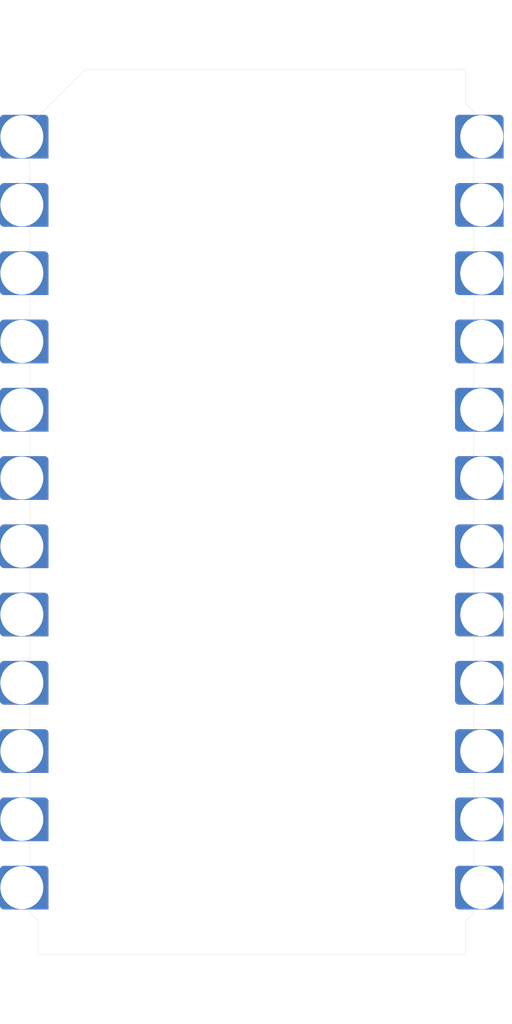
<source format=kicad_pcb>
(kicad_pcb (version 20171130) (host pcbnew 5.1.10-88a1d61d58~88~ubuntu20.10.1)

  (general
    (thickness 1.6)
    (drawings 11)
    (tracks 0)
    (zones 0)
    (modules 1)
    (nets 1)
  )

  (page A4)
  (title_block
    (title "Molex78802 PCB 24")
    (date 2021-05-20)
    (rev 004)
    (company b.kenyon.w@gmail.com)
  )

  (layers
    (0 Top signal)
    (31 Bottom signal)
    (32 B.Adhes user hide)
    (33 F.Adhes user hide)
    (34 B.Paste user hide)
    (35 F.Paste user hide)
    (36 B.SilkS user)
    (37 F.SilkS user)
    (38 B.Mask user)
    (39 F.Mask user)
    (40 Dwgs.User user)
    (41 Cmts.User user hide)
    (42 Eco1.User user hide)
    (43 Eco2.User user)
    (44 Edge.Cuts user)
    (45 Margin user hide)
    (46 B.CrtYd user hide)
    (47 F.CrtYd user hide)
    (48 B.Fab user hide)
    (49 F.Fab user hide)
  )

  (setup
    (last_trace_width 0.2032)
    (user_trace_width 0.2032)
    (user_trace_width 0.4064)
    (trace_clearance 0.2032)
    (zone_clearance 0.508)
    (zone_45_only no)
    (trace_min 0.1524)
    (via_size 0.508)
    (via_drill 0.254)
    (via_min_size 0.254)
    (via_min_drill 0.254)
    (user_via 0.508 0.254)
    (uvia_size 0.508)
    (uvia_drill 0.254)
    (uvias_allowed no)
    (uvia_min_size 0.508)
    (uvia_min_drill 0.1524)
    (edge_width 0.01)
    (segment_width 0.2032)
    (pcb_text_width 0.254)
    (pcb_text_size 1.2192 1.2192)
    (mod_edge_width 0.0762)
    (mod_text_size 0.6096 0.6096)
    (mod_text_width 0.0762)
    (pad_size 0.7 0.7)
    (pad_drill 0.7)
    (pad_to_mask_clearance 0)
    (aux_axis_origin 0 0)
    (grid_origin 147.2184 99.187)
    (visible_elements FFFFFFFF)
    (pcbplotparams
      (layerselection 0x010f0_ffffffff)
      (usegerberextensions true)
      (usegerberattributes false)
      (usegerberadvancedattributes false)
      (creategerberjobfile false)
      (excludeedgelayer true)
      (linewidth 0.050800)
      (plotframeref false)
      (viasonmask false)
      (mode 1)
      (useauxorigin false)
      (hpglpennumber 1)
      (hpglpenspeed 20)
      (hpglpendiameter 15.000000)
      (psnegative false)
      (psa4output false)
      (plotreference true)
      (plotvalue true)
      (plotinvisibletext false)
      (padsonsilk false)
      (subtractmaskfromsilk true)
      (outputformat 1)
      (mirror false)
      (drillshape 0)
      (scaleselection 1)
      (outputdirectory "GERBER_Molex_PCB_DIP24"))
  )

  (net 0 "")

  (net_class Default "This is the default net class."
    (clearance 0.2032)
    (trace_width 0.2032)
    (via_dia 0.508)
    (via_drill 0.254)
    (uvia_dia 0.508)
    (uvia_drill 0.254)
    (diff_pair_width 0.2032)
    (diff_pair_gap 0.254)
  )

  (module 000_LOCAL:Molex78802_PCB_24 (layer Top) (tedit 60A6AA75) (tstamp 60A4AF07)
    (at 147.2184 99.187)
    (descr "Castellated edge contacts to fit Molex 78805 Socket")
    (solder_mask_margin 0.0508)
    (attr virtual)
    (fp_text reference J? (at -1.905 0 -90) (layer Dwgs.User) hide
      (effects (font (size 1.2065 1.2065) (thickness 0.127)) (justify bottom))
    )
    (fp_text value Molex78802_PCB_24 (at 1.27 0 -90) (layer F.Fab) hide
      (effects (font (size 1.2065 1.2065) (thickness 0.1016)) (justify bottom))
    )
    (fp_line (start -4 -14.96) (end -3.5 -14.96) (layer Dwgs.User) (width 0.01))
    (fp_line (start -4 -15.46) (end -4 -14.96) (layer Dwgs.User) (width 0.01))
    (fp_line (start -4 -15.46) (end -3.7 -15.16) (layer Dwgs.User) (width 0.01))
    (fp_line (start -4 -15.46) (end -4.3 -15.16) (layer Dwgs.User) (width 0.01))
    (fp_line (start -4 -16.46) (end -3.7 -16.76) (layer Dwgs.User) (width 0.01))
    (fp_line (start -4 -16.46) (end -4.3 -16.76) (layer Dwgs.User) (width 0.01))
    (fp_line (start -4 -16.46) (end -4 -17.46) (layer Dwgs.User) (width 0.01))
    (fp_line (start -6 -16.46) (end -5.7 -16.76) (layer Dwgs.User) (width 0.01))
    (fp_line (start -6 -16.46) (end -6.3 -16.76) (layer Dwgs.User) (width 0.01))
    (fp_line (start -6 -16.46) (end -6 -17.46) (layer Dwgs.User) (width 0.01))
    (fp_line (start -6 -15.76) (end -5.7 -15.46) (layer Dwgs.User) (width 0.01))
    (fp_line (start -6 -15.76) (end -6.3 -15.46) (layer Dwgs.User) (width 0.01))
    (fp_line (start -6 -14.46) (end -5.5 -14.46) (layer Dwgs.User) (width 0.01))
    (fp_line (start -6 -15.76) (end -6 -14.46) (layer Dwgs.User) (width 0.01))
    (fp_line (start 7.2 -15.76) (end 7.2 15.76) (layer Dwgs.User) (width 0.01))
    (fp_line (start -7.2 -15.76) (end -7.2 15.76) (layer Dwgs.User) (width 0.01))
    (fp_line (start -7.2 -15.76) (end 7.2 -15.76) (layer Dwgs.User) (width 0.01))
    (fp_line (start -7.2 15.76) (end 7.2 15.76) (layer Dwgs.User) (width 0.01))
    (fp_line (start -8.255 0.0508) (end -8.255 -0.0508) (layer Dwgs.User) (width 0.002))
    (fp_poly (pts (xy 9.2156 1.9304) (xy 7.717 1.9304) (xy 7.717 0.6096) (xy 9.2156 0.6096)) (layer Top) (width 0.3048))
    (fp_poly (pts (xy 9.2156 -0.6096) (xy 7.717 -0.6096) (xy 7.717 -1.9304) (xy 9.2156 -1.9304)) (layer Top) (width 0.3048))
    (fp_poly (pts (xy 9.2156 14.6304) (xy 7.717 14.6304) (xy 7.717 13.3096) (xy 9.2156 13.3096)) (layer Top) (width 0.3048))
    (fp_poly (pts (xy 9.2156 7.0104) (xy 7.717 7.0104) (xy 7.717 5.6896) (xy 9.2156 5.6896)) (layer Top) (width 0.3048))
    (fp_poly (pts (xy 9.2156 10.7696) (xy 7.717 10.7696) (xy 7.717 12.0904) (xy 9.2156 12.0904)) (layer Bottom) (width 0.3048))
    (fp_poly (pts (xy 9.2156 4.4704) (xy 7.717 4.4704) (xy 7.717 3.1496) (xy 9.2156 3.1496)) (layer Top) (width 0.3048))
    (fp_poly (pts (xy 9.2156 -4.4704) (xy 7.717 -4.4704) (xy 7.717 -3.1496) (xy 9.2156 -3.1496)) (layer Bottom) (width 0.3048))
    (fp_poly (pts (xy 9.2156 8.2296) (xy 7.717 8.2296) (xy 7.717 9.5504) (xy 9.2156 9.5504)) (layer Bottom) (width 0.3048))
    (fp_poly (pts (xy 9.2156 13.3096) (xy 7.717 13.3096) (xy 7.717 14.6304) (xy 9.2156 14.6304)) (layer Bottom) (width 0.3048))
    (fp_poly (pts (xy 9.2156 -10.7696) (xy 7.717 -10.7696) (xy 7.717 -12.0904) (xy 9.2156 -12.0904)) (layer Top) (width 0.3048))
    (fp_poly (pts (xy 9.2156 -9.5504) (xy 7.717 -9.5504) (xy 7.717 -8.2296) (xy 9.2156 -8.2296)) (layer Bottom) (width 0.3048))
    (fp_poly (pts (xy 9.2156 0.6096) (xy 7.717 0.6096) (xy 7.717 1.9304) (xy 9.2156 1.9304)) (layer Bottom) (width 0.3048))
    (fp_poly (pts (xy 9.2156 3.1496) (xy 7.717 3.1496) (xy 7.717 4.4704) (xy 9.2156 4.4704)) (layer Bottom) (width 0.3048))
    (fp_poly (pts (xy 9.2156 -12.0904) (xy 7.717 -12.0904) (xy 7.717 -10.7696) (xy 9.2156 -10.7696)) (layer Bottom) (width 0.3048))
    (fp_poly (pts (xy 9.2156 -14.6304) (xy 7.717 -14.6304) (xy 7.717 -13.3096) (xy 9.2156 -13.3096)) (layer Bottom) (width 0.3048))
    (fp_poly (pts (xy 9.2156 12.0904) (xy 7.717 12.0904) (xy 7.717 10.7696) (xy 9.2156 10.7696)) (layer Top) (width 0.3048))
    (fp_poly (pts (xy 9.2156 9.5504) (xy 7.717 9.5504) (xy 7.717 8.2296) (xy 9.2156 8.2296)) (layer Top) (width 0.3048))
    (fp_poly (pts (xy 9.2156 -3.1496) (xy 7.717 -3.1496) (xy 7.717 -4.4704) (xy 9.2156 -4.4704)) (layer Top) (width 0.3048))
    (fp_poly (pts (xy 9.2156 -1.9304) (xy 7.717 -1.9304) (xy 7.717 -0.6096) (xy 9.2156 -0.6096)) (layer Bottom) (width 0.3048))
    (fp_poly (pts (xy 9.2156 -5.6896) (xy 7.717 -5.6896) (xy 7.717 -7.0104) (xy 9.2156 -7.0104)) (layer Top) (width 0.3048))
    (fp_poly (pts (xy 9.2156 5.6896) (xy 7.717 5.6896) (xy 7.717 7.0104) (xy 9.2156 7.0104)) (layer Bottom) (width 0.3048))
    (fp_poly (pts (xy 9.2156 -7.0104) (xy 7.717 -7.0104) (xy 7.717 -5.6896) (xy 9.2156 -5.6896)) (layer Bottom) (width 0.3048))
    (fp_poly (pts (xy 9.2156 -13.3096) (xy 7.717 -13.3096) (xy 7.717 -14.6304) (xy 9.2156 -14.6304)) (layer Top) (width 0.3048))
    (fp_poly (pts (xy 9.2156 -8.2296) (xy 7.717 -8.2296) (xy 7.717 -9.5504) (xy 9.2156 -9.5504)) (layer Top) (width 0.3048))
    (fp_poly (pts (xy -7.717 0.6096) (xy -9.2156 0.6096) (xy -9.2156 1.9304) (xy -7.717 1.9304)) (layer Bottom) (width 0.3048))
    (fp_poly (pts (xy -7.717 3.1496) (xy -9.2156 3.1496) (xy -9.2156 4.4704) (xy -7.717 4.4704)) (layer Bottom) (width 0.3048))
    (fp_poly (pts (xy -7.717 -12.0904) (xy -9.2156 -12.0904) (xy -9.2156 -10.7696) (xy -7.717 -10.7696)) (layer Bottom) (width 0.3048))
    (fp_poly (pts (xy -7.717 -4.4704) (xy -9.2156 -4.4704) (xy -9.2156 -3.1496) (xy -7.717 -3.1496)) (layer Bottom) (width 0.3048))
    (fp_poly (pts (xy -7.717 -1.9304) (xy -9.2156 -1.9304) (xy -9.2156 -0.6096) (xy -7.717 -0.6096)) (layer Bottom) (width 0.3048))
    (fp_poly (pts (xy -7.717 13.3096) (xy -9.2156 13.3096) (xy -9.2156 14.6304) (xy -7.717 14.6304)) (layer Bottom) (width 0.3048))
    (fp_poly (pts (xy -7.717 -9.5504) (xy -9.2156 -9.5504) (xy -9.2156 -8.2296) (xy -7.717 -8.2296)) (layer Bottom) (width 0.3048))
    (fp_poly (pts (xy -7.717 -7.0104) (xy -9.2156 -7.0104) (xy -9.2156 -5.6896) (xy -7.717 -5.6896)) (layer Bottom) (width 0.3048))
    (fp_poly (pts (xy -7.717 5.6896) (xy -9.2156 5.6896) (xy -9.2156 7.0104) (xy -7.717 7.0104)) (layer Bottom) (width 0.3048))
    (fp_poly (pts (xy -7.717 8.2296) (xy -9.2156 8.2296) (xy -9.2156 9.5504) (xy -7.717 9.5504)) (layer Bottom) (width 0.3048))
    (fp_poly (pts (xy -7.717 -14.6304) (xy -9.2156 -14.6304) (xy -9.2156 -13.3096) (xy -7.717 -13.3096)) (layer Bottom) (width 0.3048))
    (fp_poly (pts (xy -7.717 10.7696) (xy -9.2156 10.7696) (xy -9.2156 12.0904) (xy -7.717 12.0904)) (layer Bottom) (width 0.3048))
    (fp_poly (pts (xy -7.717 14.6304) (xy -9.2156 14.6304) (xy -9.2156 13.3096) (xy -7.717 13.3096)) (layer Top) (width 0.3048))
    (fp_poly (pts (xy -7.717 12.0904) (xy -9.2156 12.0904) (xy -9.2156 10.7696) (xy -7.717 10.7696)) (layer Top) (width 0.3048))
    (fp_poly (pts (xy -7.717 9.5504) (xy -9.2156 9.5504) (xy -9.2156 8.2296) (xy -7.717 8.2296)) (layer Top) (width 0.3048))
    (fp_poly (pts (xy -7.717 7.0104) (xy -9.2156 7.0104) (xy -9.2156 5.6896) (xy -7.717 5.6896)) (layer Top) (width 0.3048))
    (fp_poly (pts (xy -7.717 4.4704) (xy -9.2156 4.4704) (xy -9.2156 3.1496) (xy -7.717 3.1496)) (layer Top) (width 0.3048))
    (fp_poly (pts (xy -7.717 1.9304) (xy -9.2156 1.9304) (xy -9.2156 0.6096) (xy -7.717 0.6096)) (layer Top) (width 0.3048))
    (fp_poly (pts (xy -7.717 -0.6096) (xy -9.2156 -0.6096) (xy -9.2156 -1.9304) (xy -7.717 -1.9304)) (layer Top) (width 0.3048))
    (fp_poly (pts (xy -7.717 -3.1496) (xy -9.2156 -3.1496) (xy -9.2156 -4.4704) (xy -7.717 -4.4704)) (layer Top) (width 0.3048))
    (fp_poly (pts (xy -7.717 -5.6896) (xy -9.2156 -5.6896) (xy -9.2156 -7.0104) (xy -7.717 -7.0104)) (layer Top) (width 0.3048))
    (fp_poly (pts (xy -7.717 -8.2296) (xy -9.2156 -8.2296) (xy -9.2156 -9.5504) (xy -7.717 -9.5504)) (layer Top) (width 0.3048))
    (fp_poly (pts (xy -7.717 -10.7696) (xy -9.2156 -10.7696) (xy -9.2156 -12.0904) (xy -7.717 -12.0904)) (layer Top) (width 0.3048))
    (fp_poly (pts (xy -7.717 -13.3096) (xy -9.2156 -13.3096) (xy -9.2156 -14.6304) (xy -7.717 -14.6304)) (layer Top) (width 0.3048))
    (fp_line (start 4.5593 16.51) (end 8.26 16.51) (layer Eco1.User) (width 0.01))
    (fp_line (start -8.26 16.51) (end -4.5593 16.51) (layer Eco1.User) (width 0.01))
    (fp_line (start 0.762 -16.51) (end 8.26 -16.51) (layer Eco1.User) (width 0.01))
    (fp_line (start -8.26 -16.51) (end -0.762 -16.51) (layer Eco1.User) (width 0.01))
    (fp_line (start 8.26 16.51) (end 8.26 -16.51) (layer Eco1.User) (width 0.01))
    (fp_line (start -8.26 16.51) (end -8.26 -16.51) (layer Eco1.User) (width 0.01))
    (fp_line (start 3.0353 16.51) (end -3.0353 16.51) (layer Eco1.User) (width 0.01))
    (fp_line (start 3.0353 19.05) (end 3.0353 16.51) (layer Eco1.User) (width 0.01))
    (fp_line (start 4.5593 19.05) (end 3.0353 19.05) (layer Eco1.User) (width 0.01))
    (fp_line (start 4.5593 16.51) (end 4.5593 19.05) (layer Eco1.User) (width 0.01))
    (fp_line (start -3.0353 19.05) (end -3.0353 16.51) (layer Eco1.User) (width 0.01))
    (fp_line (start -4.5593 19.05) (end -3.0353 19.05) (layer Eco1.User) (width 0.01))
    (fp_line (start -4.5593 16.51) (end -4.5593 19.05) (layer Eco1.User) (width 0.01))
    (fp_line (start 0.762 -19.05) (end 0.762 -16.51) (layer Eco1.User) (width 0.01))
    (fp_line (start -0.762 -19.05) (end 0.762 -19.05) (layer Eco1.User) (width 0.01))
    (fp_line (start -0.762 -16.51) (end -0.762 -19.05) (layer Eco1.User) (width 0.01))
    (fp_line (start -7.95 16.46) (end 7.95 16.46) (layer Eco2.User) (width 0.01))
    (fp_line (start 7.95 16.46) (end 7.95 15.21) (layer Eco2.User) (width 0.01))
    (fp_line (start -7.95 16.46) (end -7.95 15.21) (layer Eco2.User) (width 0.01))
    (fp_line (start 7.95 -15.21) (end 7.95 -16.46) (layer Eco2.User) (width 0.01))
    (fp_line (start 8.26 14.9) (end 8.26 -14.9) (layer Eco2.User) (width 0.01))
    (fp_line (start -8.26 14.9) (end -8.26 -14.4) (layer Eco2.User) (width 0.01))
    (fp_line (start 7.95 -16.46) (end -6.2 -16.46) (layer Eco2.User) (width 0.01))
    (fp_line (start -6.2 -16.46) (end -8.26 -14.4) (layer Eco2.User) (width 0.01))
    (fp_line (start 7.75716 15.24) (end 7.75716 10.16) (layer Dwgs.User) (width 0.01))
    (fp_line (start 6.35 9.525) (end 6.35 12.7) (layer Dwgs.User) (width 0.05))
    (fp_line (start 6.35 12.7) (end 7.747 12.7) (layer Dwgs.User) (width 0.05))
    (fp_line (start 7.747 12.7) (end 7.467 12.98) (layer Dwgs.User) (width 0.05))
    (fp_line (start 7.467 12.42) (end 7.747 12.7) (layer Dwgs.User) (width 0.05))
    (fp_line (start 8.27 12.7) (end 8.55 12.98) (layer Dwgs.User) (width 0.05))
    (fp_line (start 8.55 12.42) (end 8.27 12.7) (layer Dwgs.User) (width 0.05))
    (fp_line (start 8.27 12.7) (end 9.667 12.7) (layer Dwgs.User) (width 0.05))
    (fp_line (start -5 -16.46) (end -5 -15.46) (layer Dwgs.User) (width 0.01))
    (fp_line (start -5 -15.46) (end 5 -15.46) (layer Dwgs.User) (width 0.01))
    (fp_line (start 5 -15.46) (end 5 -16.46) (layer Dwgs.User) (width 0.01))
    (fp_line (start 5 -16.46) (end -5 -16.46) (layer Dwgs.User) (width 0.01))
    (fp_line (start 5 16.46) (end 5 15.46) (layer Dwgs.User) (width 0.01))
    (fp_line (start -5 15.46) (end -5 16.46) (layer Dwgs.User) (width 0.01))
    (fp_line (start -5 15.46) (end 5 15.46) (layer Dwgs.User) (width 0.01))
    (fp_line (start -5 16.46) (end 5 16.46) (layer Dwgs.User) (width 0.01))
    (fp_line (start 7.95 -15.21) (end 8.26 -14.9) (layer Eco2.User) (width 0.01))
    (fp_line (start -7.95 15.21) (end -8.26 14.9) (layer Eco2.User) (width 0.01))
    (fp_line (start 7.95 15.21) (end 8.26 14.9) (layer Eco2.User) (width 0.01))
    (fp_text user "0.7 border on bottom - 31.52 x 14.4 x 1.4 usable bottom" (at -5.5 -14.46) (layer Dwgs.User)
      (effects (font (size 0.25 0.25) (thickness 0.02)) (justify left))
    )
    (fp_text user "10.0 x 1.0 retainer wedges on top" (at -3.5 -14.96) (layer Dwgs.User)
      (effects (font (size 0.25 0.25) (thickness 0.02)) (justify left))
    )
    (fp_text user "Castellation depth 0.5mm min" (at 6.35 0 -90) (layer Dwgs.User)
      (effects (font (size 0.7112 0.7112) (thickness 0.0508)))
    )
    (fp_text user "Board outline: 0.01mm grid, copy Eco2.User" (at -6 0 -90) (layer Eco2.User)
      (effects (font (size 0.7112 0.7112) (thickness 0.0508)))
    )
    (fp_text user "Eco1.User is Edge.Cuts for use without carrier." (at -4.445 0 -90) (layer Eco1.User)
      (effects (font (size 0.8 0.8) (thickness 0.05)))
    )
    (pad 24 thru_hole circle (at 8.5552 -13.97 180) (size 1.6002 1.6002) (drill 1.59766) (layers *.Cu *.Mask))
    (pad 12 thru_hole circle (at -8.5552 13.97) (size 1.6002 1.6002) (drill 1.59766) (layers *.Cu *.Mask)
      (zone_connect 0))
    (pad 23 thru_hole circle (at 8.5552 -11.43 180) (size 1.6002 1.6002) (drill 1.59766) (layers *.Cu *.Mask))
    (pad 11 thru_hole circle (at -8.5552 11.43) (size 1.6002 1.6002) (drill 1.59766) (layers *.Cu *.Mask)
      (zone_connect 0))
    (pad 22 thru_hole circle (at 8.5552 -8.89 180) (size 1.6002 1.6002) (drill 1.59766) (layers *.Cu *.Mask))
    (pad 10 thru_hole circle (at -8.5552 8.89) (size 1.6002 1.6002) (drill 1.59766) (layers *.Cu *.Mask)
      (zone_connect 0))
    (pad 21 thru_hole circle (at 8.5552 -6.35 180) (size 1.6002 1.6002) (drill 1.59766) (layers *.Cu *.Mask))
    (pad 9 thru_hole circle (at -8.5552 6.35) (size 1.6002 1.6002) (drill 1.59766) (layers *.Cu *.Mask)
      (zone_connect 0))
    (pad 20 thru_hole circle (at 8.5552 -3.81 180) (size 1.6002 1.6002) (drill 1.59766) (layers *.Cu *.Mask))
    (pad 8 thru_hole circle (at -8.5552 3.81) (size 1.6002 1.6002) (drill 1.59766) (layers *.Cu *.Mask)
      (zone_connect 0))
    (pad 19 thru_hole circle (at 8.5552 -1.27 180) (size 1.6002 1.6002) (drill 1.59766) (layers *.Cu *.Mask))
    (pad 7 thru_hole circle (at -8.5552 1.27) (size 1.6002 1.6002) (drill 1.59766) (layers *.Cu *.Mask)
      (zone_connect 0))
    (pad 18 thru_hole circle (at 8.5552 1.27 180) (size 1.6002 1.6002) (drill 1.59766) (layers *.Cu *.Mask))
    (pad 6 thru_hole circle (at -8.5552 -1.27) (size 1.6002 1.6002) (drill 1.59766) (layers *.Cu *.Mask)
      (zone_connect 0))
    (pad 17 thru_hole circle (at 8.5552 3.81 180) (size 1.6002 1.6002) (drill 1.59766) (layers *.Cu *.Mask))
    (pad 5 thru_hole circle (at -8.5552 -3.81) (size 1.6002 1.6002) (drill 1.59766) (layers *.Cu *.Mask)
      (zone_connect 0))
    (pad 16 thru_hole circle (at 8.5552 6.35 180) (size 1.6002 1.6002) (drill 1.59766) (layers *.Cu *.Mask))
    (pad 4 thru_hole circle (at -8.5552 -6.35) (size 1.6002 1.6002) (drill 1.59766) (layers *.Cu *.Mask)
      (zone_connect 0))
    (pad 15 thru_hole circle (at 8.5552 8.89 180) (size 1.6002 1.6002) (drill 1.59766) (layers *.Cu *.Mask))
    (pad 3 thru_hole circle (at -8.5552 -8.89) (size 1.6002 1.6002) (drill 1.59766) (layers *.Cu *.Mask)
      (zone_connect 0))
    (pad 14 thru_hole circle (at 8.5552 11.43 180) (size 1.6002 1.6002) (drill 1.59766) (layers *.Cu *.Mask))
    (pad 2 thru_hole circle (at -8.5552 -11.43) (size 1.6002 1.6002) (drill 1.59766) (layers *.Cu *.Mask)
      (zone_connect 0))
    (pad 13 thru_hole circle (at 8.5552 13.97 180) (size 1.6002 1.6002) (drill 1.59766) (layers *.Cu *.Mask))
    (pad 1 thru_hole circle (at -8.5552 -13.97) (size 1.6002 1.6002) (drill 1.59766) (layers *.Cu *.Mask)
      (zone_connect 0))
    (model ${KIPRJMOD}/000_LOCAL.pretty/3d/Molex78802_PCB_24.step
      (offset (xyz 0 0 -0.18))
      (scale (xyz 1 1 1))
      (rotate (xyz 0 0 90))
    )
  )

  (gr_line (start 139.2684 114.397) (end 138.9584 114.087) (layer Edge.Cuts) (width 0.01))
  (gr_line (start 155.1684 114.397) (end 155.4784 114.087) (layer Edge.Cuts) (width 0.01))
  (gr_line (start 155.1684 83.977) (end 155.4784 84.287) (layer Edge.Cuts) (width 0.01))
  (gr_line (start 139.2684 114.397) (end 139.2684 115.647) (layer Edge.Cuts) (width 0.01) (tstamp 60502A91))
  (gr_line (start 138.9584 84.787) (end 138.9584 114.087) (layer Edge.Cuts) (width 0.01))
  (gr_line (start 141.0184 82.727) (end 138.9584 84.787) (layer Edge.Cuts) (width 0.01))
  (gr_line (start 155.1684 82.727) (end 141.0184 82.727) (layer Edge.Cuts) (width 0.01))
  (gr_line (start 155.1684 83.977) (end 155.1684 82.727) (layer Edge.Cuts) (width 0.01))
  (gr_line (start 155.4784 114.087) (end 155.4784 84.287) (layer Edge.Cuts) (width 0.01))
  (gr_line (start 155.1684 115.647) (end 155.1684 114.397) (layer Edge.Cuts) (width 0.01))
  (gr_line (start 139.2684 115.647) (end 155.1684 115.647) (layer Edge.Cuts) (width 0.01))

)

</source>
